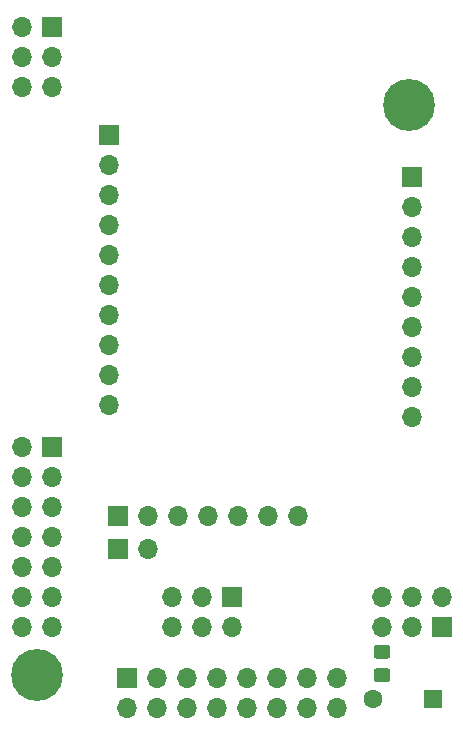
<source format=gbr>
%TF.GenerationSoftware,KiCad,Pcbnew,(5.1.7)-1*%
%TF.CreationDate,2023-01-25T18:34:39-07:00*%
%TF.ProjectId,AMPE32T30,414d5045-3332-4543-9330-2e6b69636164,rev?*%
%TF.SameCoordinates,PX76efc10PY4dffc60*%
%TF.FileFunction,Soldermask,Top*%
%TF.FilePolarity,Negative*%
%FSLAX46Y46*%
G04 Gerber Fmt 4.6, Leading zero omitted, Abs format (unit mm)*
G04 Created by KiCad (PCBNEW (5.1.7)-1) date 2023-01-25 18:34:39*
%MOMM*%
%LPD*%
G01*
G04 APERTURE LIST*
%ADD10C,4.400000*%
%ADD11O,1.700000X1.700000*%
%ADD12R,1.700000X1.700000*%
%ADD13C,1.600000*%
%ADD14R,1.600000X1.600000*%
G04 APERTURE END LIST*
D10*
%TO.C,e*%
X3048000Y6604000D03*
%TD*%
%TO.C,f*%
X34544000Y54864000D03*
%TD*%
D11*
%TO.C,J6*%
X12446000Y17272000D03*
D12*
X9906000Y17272000D03*
%TD*%
D13*
%TO.C,BZ1*%
X31496000Y4572000D03*
D14*
X36576000Y4572000D03*
%TD*%
D11*
%TO.C,J5*%
X28448000Y3810000D03*
X28448000Y6350000D03*
X25908000Y3810000D03*
X25908000Y6350000D03*
X23368000Y3810000D03*
X23368000Y6350000D03*
X20828000Y3810000D03*
X20828000Y6350000D03*
X18288000Y3810000D03*
X18288000Y6350000D03*
X15748000Y3810000D03*
X15748000Y6350000D03*
X13208000Y3810000D03*
X13208000Y6350000D03*
X10668000Y3810000D03*
D12*
X10668000Y6350000D03*
%TD*%
D11*
%TO.C,J7*%
X1778000Y10668000D03*
X4318000Y10668000D03*
X1778000Y13208000D03*
X4318000Y13208000D03*
X1778000Y15748000D03*
X4318000Y15748000D03*
X1778000Y18288000D03*
X4318000Y18288000D03*
X1778000Y20828000D03*
X4318000Y20828000D03*
X1778000Y23368000D03*
X4318000Y23368000D03*
X1778000Y25908000D03*
D12*
X4318000Y25908000D03*
%TD*%
D11*
%TO.C,J8*%
X34798000Y28448000D03*
X34798000Y30988000D03*
X34798000Y33528000D03*
X34798000Y36068000D03*
X34798000Y38608000D03*
X34798000Y41148000D03*
X34798000Y43688000D03*
X34798000Y46228000D03*
D12*
X34798000Y48768000D03*
%TD*%
%TO.C,J11*%
X9144000Y52324000D03*
D11*
X9144000Y49784000D03*
X9144000Y47244000D03*
X9144000Y44704000D03*
X9144000Y42164000D03*
X9144000Y39624000D03*
X9144000Y37084000D03*
X9144000Y34544000D03*
X9144000Y32004000D03*
X9144000Y29464000D03*
%TD*%
%TO.C,J3*%
X32258000Y13208000D03*
X32258000Y10668000D03*
X34798000Y13208000D03*
X34798000Y10668000D03*
X37338000Y13208000D03*
D12*
X37338000Y10668000D03*
%TD*%
D11*
%TO.C,J2*%
X14478000Y10668000D03*
X14478000Y13208000D03*
X17018000Y10668000D03*
X17018000Y13208000D03*
X19558000Y10668000D03*
D12*
X19558000Y13208000D03*
%TD*%
%TO.C,R3*%
G36*
G01*
X31807999Y7220000D02*
X32708001Y7220000D01*
G75*
G02*
X32958000Y6970001I0J-249999D01*
G01*
X32958000Y6269999D01*
G75*
G02*
X32708001Y6020000I-249999J0D01*
G01*
X31807999Y6020000D01*
G75*
G02*
X31558000Y6269999I0J249999D01*
G01*
X31558000Y6970001D01*
G75*
G02*
X31807999Y7220000I249999J0D01*
G01*
G37*
G36*
G01*
X31807999Y9220000D02*
X32708001Y9220000D01*
G75*
G02*
X32958000Y8970001I0J-249999D01*
G01*
X32958000Y8269999D01*
G75*
G02*
X32708001Y8020000I-249999J0D01*
G01*
X31807999Y8020000D01*
G75*
G02*
X31558000Y8269999I0J249999D01*
G01*
X31558000Y8970001D01*
G75*
G02*
X31807999Y9220000I249999J0D01*
G01*
G37*
%TD*%
D11*
%TO.C,J4*%
X25146000Y20066000D03*
X22606000Y20066000D03*
X20066000Y20066000D03*
X17526000Y20066000D03*
X14986000Y20066000D03*
X12446000Y20066000D03*
D12*
X9906000Y20066000D03*
%TD*%
D11*
%TO.C,J1*%
X1778000Y56388000D03*
X4318000Y56388000D03*
X1778000Y58928000D03*
X4318000Y58928000D03*
X1778000Y61468000D03*
D12*
X4318000Y61468000D03*
%TD*%
M02*

</source>
